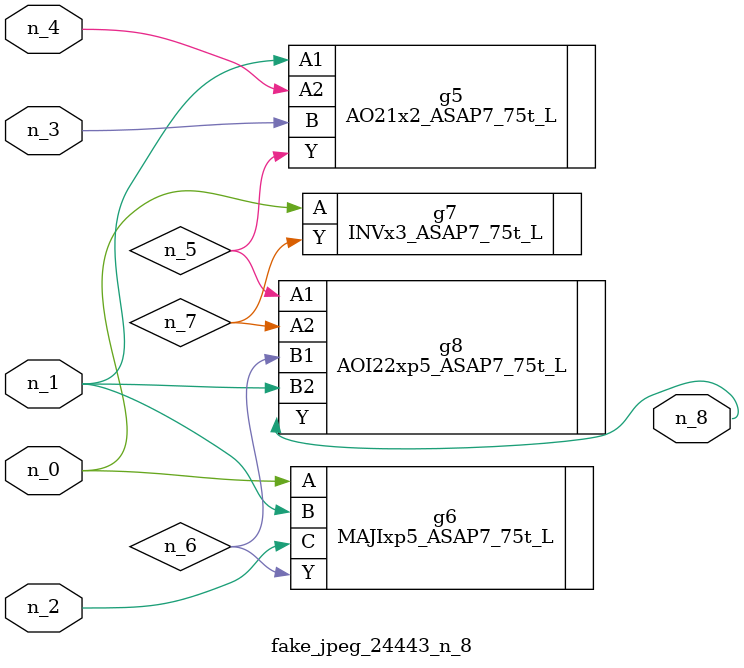
<source format=v>
module fake_jpeg_24443_n_8 (n_3, n_2, n_1, n_0, n_4, n_8);

input n_3;
input n_2;
input n_1;
input n_0;
input n_4;

output n_8;

wire n_6;
wire n_5;
wire n_7;

AO21x2_ASAP7_75t_L g5 ( 
.A1(n_1),
.A2(n_4),
.B(n_3),
.Y(n_5)
);

MAJIxp5_ASAP7_75t_L g6 ( 
.A(n_0),
.B(n_1),
.C(n_2),
.Y(n_6)
);

INVx3_ASAP7_75t_L g7 ( 
.A(n_0),
.Y(n_7)
);

AOI22xp5_ASAP7_75t_L g8 ( 
.A1(n_5),
.A2(n_7),
.B1(n_6),
.B2(n_1),
.Y(n_8)
);


endmodule
</source>
